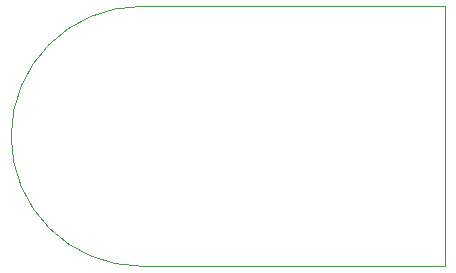
<source format=gbr>
%TF.GenerationSoftware,KiCad,Pcbnew,9.0.4*%
%TF.CreationDate,2025-12-19T12:51:36+01:00*%
%TF.ProjectId,neverx_daugther,6e657665-7278-45f6-9461-756774686572,rev?*%
%TF.SameCoordinates,Original*%
%TF.FileFunction,Profile,NP*%
%FSLAX46Y46*%
G04 Gerber Fmt 4.6, Leading zero omitted, Abs format (unit mm)*
G04 Created by KiCad (PCBNEW 9.0.4) date 2025-12-19 12:51:36*
%MOMM*%
%LPD*%
G01*
G04 APERTURE LIST*
%TA.AperFunction,Profile*%
%ADD10C,0.050000*%
%TD*%
G04 APERTURE END LIST*
D10*
X100000000Y-111000000D02*
X125700000Y-111000000D01*
X100000000Y-111000000D02*
G75*
G02*
X100000000Y-89000000I0J11000000D01*
G01*
X125700000Y-111000000D02*
X125700000Y-89000000D01*
X125700000Y-89000000D02*
X100000000Y-89000000D01*
M02*

</source>
